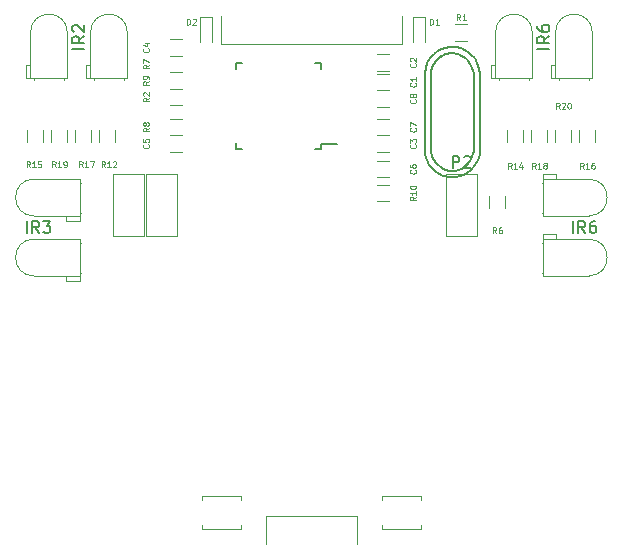
<source format=gbr>
G04 #@! TF.GenerationSoftware,KiCad,Pcbnew,5.1.4-e60b266~84~ubuntu18.04.1*
G04 #@! TF.CreationDate,2019-08-11T22:19:42+02:00*
G04 #@! TF.ProjectId,rat_board,7261745f-626f-4617-9264-2e6b69636164,rev?*
G04 #@! TF.SameCoordinates,Original*
G04 #@! TF.FileFunction,Legend,Top*
G04 #@! TF.FilePolarity,Positive*
%FSLAX46Y46*%
G04 Gerber Fmt 4.6, Leading zero omitted, Abs format (unit mm)*
G04 Created by KiCad (PCBNEW 5.1.4-e60b266~84~ubuntu18.04.1) date 2019-08-11 22:19:42*
%MOMM*%
%LPD*%
G04 APERTURE LIST*
%ADD10C,0.150000*%
%ADD11C,0.120000*%
%ADD12C,0.100000*%
G04 APERTURE END LIST*
D10*
X243117809Y-102687380D02*
X243117809Y-101687380D01*
X244165428Y-102687380D02*
X243832095Y-102211190D01*
X243594000Y-102687380D02*
X243594000Y-101687380D01*
X243974952Y-101687380D01*
X244070190Y-101735000D01*
X244117809Y-101782619D01*
X244165428Y-101877857D01*
X244165428Y-102020714D01*
X244117809Y-102115952D01*
X244070190Y-102163571D01*
X243974952Y-102211190D01*
X243594000Y-102211190D01*
X245022571Y-101687380D02*
X244832095Y-101687380D01*
X244736857Y-101735000D01*
X244689238Y-101782619D01*
X244594000Y-101925476D01*
X244546380Y-102115952D01*
X244546380Y-102496904D01*
X244594000Y-102592142D01*
X244641619Y-102639761D01*
X244736857Y-102687380D01*
X244927333Y-102687380D01*
X245022571Y-102639761D01*
X245070190Y-102592142D01*
X245117809Y-102496904D01*
X245117809Y-102258809D01*
X245070190Y-102163571D01*
X245022571Y-102115952D01*
X244927333Y-102068333D01*
X244736857Y-102068333D01*
X244641619Y-102115952D01*
X244594000Y-102163571D01*
X244546380Y-102258809D01*
X241117380Y-87082190D02*
X240117380Y-87082190D01*
X241117380Y-86034571D02*
X240641190Y-86367904D01*
X241117380Y-86606000D02*
X240117380Y-86606000D01*
X240117380Y-86225047D01*
X240165000Y-86129809D01*
X240212619Y-86082190D01*
X240307857Y-86034571D01*
X240450714Y-86034571D01*
X240545952Y-86082190D01*
X240593571Y-86129809D01*
X240641190Y-86225047D01*
X240641190Y-86606000D01*
X240117380Y-85177428D02*
X240117380Y-85367904D01*
X240165000Y-85463142D01*
X240212619Y-85510761D01*
X240355476Y-85606000D01*
X240545952Y-85653619D01*
X240926904Y-85653619D01*
X241022142Y-85606000D01*
X241069761Y-85558380D01*
X241117380Y-85463142D01*
X241117380Y-85272666D01*
X241069761Y-85177428D01*
X241022142Y-85129809D01*
X240926904Y-85082190D01*
X240688809Y-85082190D01*
X240593571Y-85129809D01*
X240545952Y-85177428D01*
X240498333Y-85272666D01*
X240498333Y-85463142D01*
X240545952Y-85558380D01*
X240593571Y-85606000D01*
X240688809Y-85653619D01*
X201747380Y-87082190D02*
X200747380Y-87082190D01*
X201747380Y-86034571D02*
X201271190Y-86367904D01*
X201747380Y-86606000D02*
X200747380Y-86606000D01*
X200747380Y-86225047D01*
X200795000Y-86129809D01*
X200842619Y-86082190D01*
X200937857Y-86034571D01*
X201080714Y-86034571D01*
X201175952Y-86082190D01*
X201223571Y-86129809D01*
X201271190Y-86225047D01*
X201271190Y-86606000D01*
X200842619Y-85653619D02*
X200795000Y-85606000D01*
X200747380Y-85510761D01*
X200747380Y-85272666D01*
X200795000Y-85177428D01*
X200842619Y-85129809D01*
X200937857Y-85082190D01*
X201033095Y-85082190D01*
X201175952Y-85129809D01*
X201747380Y-85701238D01*
X201747380Y-85082190D01*
X196889809Y-102687380D02*
X196889809Y-101687380D01*
X197937428Y-102687380D02*
X197604095Y-102211190D01*
X197366000Y-102687380D02*
X197366000Y-101687380D01*
X197746952Y-101687380D01*
X197842190Y-101735000D01*
X197889809Y-101782619D01*
X197937428Y-101877857D01*
X197937428Y-102020714D01*
X197889809Y-102115952D01*
X197842190Y-102163571D01*
X197746952Y-102211190D01*
X197366000Y-102211190D01*
X198270761Y-101687380D02*
X198889809Y-101687380D01*
X198556476Y-102068333D01*
X198699333Y-102068333D01*
X198794571Y-102115952D01*
X198842190Y-102163571D01*
X198889809Y-102258809D01*
X198889809Y-102496904D01*
X198842190Y-102592142D01*
X198794571Y-102639761D01*
X198699333Y-102687380D01*
X198413619Y-102687380D01*
X198318380Y-102639761D01*
X198270761Y-102592142D01*
D11*
X213300000Y-86674000D02*
X213300000Y-84328000D01*
X213300000Y-86674000D02*
X228660000Y-86674000D01*
X228660000Y-86674000D02*
X228660000Y-84328000D01*
X224850000Y-126686000D02*
X224853500Y-129032000D01*
X224850000Y-126686000D02*
X217110000Y-126686000D01*
X217110000Y-126686000D02*
X217110000Y-129032000D01*
X206816000Y-102930000D02*
X204156000Y-102933500D01*
X204156000Y-102933500D02*
X204156000Y-97730000D01*
X206816000Y-102930000D02*
X206816000Y-97730000D01*
X206816000Y-97730000D02*
X204156000Y-97730000D01*
X209610000Y-97730000D02*
X206950000Y-97730000D01*
X209610000Y-102930000D02*
X209610000Y-97730000D01*
X206950000Y-102933500D02*
X206950000Y-97730000D01*
X209610000Y-102930000D02*
X206950000Y-102933500D01*
X232350000Y-97730000D02*
X235013500Y-97730000D01*
X235013500Y-97730000D02*
X235010000Y-102930000D01*
X232350000Y-97730000D02*
X232350000Y-102930000D01*
X232350000Y-102930000D02*
X235010000Y-102930000D01*
X209050000Y-87712000D02*
X210050000Y-87712000D01*
X210050000Y-89072000D02*
X209050000Y-89072000D01*
X227576000Y-90596000D02*
X226576000Y-90596000D01*
X226576000Y-89236000D02*
X227576000Y-89236000D01*
X227576000Y-88945000D02*
X226576000Y-88945000D01*
X226576000Y-87585000D02*
X227576000Y-87585000D01*
X227576000Y-95803000D02*
X226576000Y-95803000D01*
X226576000Y-94443000D02*
X227576000Y-94443000D01*
X209050000Y-86315000D02*
X210050000Y-86315000D01*
X210050000Y-87675000D02*
X209050000Y-87675000D01*
X209050000Y-94443000D02*
X210050000Y-94443000D01*
X210050000Y-95803000D02*
X209050000Y-95803000D01*
X227576000Y-97962000D02*
X226576000Y-97962000D01*
X226576000Y-96602000D02*
X227576000Y-96602000D01*
X226576000Y-93046000D02*
X227576000Y-93046000D01*
X227576000Y-94406000D02*
X226576000Y-94406000D01*
X226576000Y-90633000D02*
X227576000Y-90633000D01*
X227576000Y-91993000D02*
X226576000Y-91993000D01*
X202275000Y-85735000D02*
G75*
G02X205395000Y-85735000I1560000J0D01*
G01*
X205395000Y-89595000D02*
X205395000Y-85735000D01*
X202275000Y-89595000D02*
X202275000Y-85735000D01*
X205395000Y-89595000D02*
X202275000Y-89595000D01*
X201875000Y-89595000D02*
X201875000Y-88475000D01*
X201875000Y-88475000D02*
X202275000Y-88475000D01*
X202275000Y-88475000D02*
X202275000Y-89595000D01*
X202275000Y-89595000D02*
X201875000Y-89595000D01*
X205105000Y-89725000D02*
X205105000Y-89595000D01*
X205105000Y-89595000D02*
X205105000Y-89595000D01*
X205105000Y-89595000D02*
X205105000Y-89725000D01*
X205105000Y-89725000D02*
X205105000Y-89725000D01*
X202565000Y-89725000D02*
X202565000Y-89595000D01*
X202565000Y-89595000D02*
X202565000Y-89595000D01*
X202565000Y-89595000D02*
X202565000Y-89725000D01*
X202565000Y-89725000D02*
X202565000Y-89725000D01*
X227576000Y-99994000D02*
X226576000Y-99994000D01*
X226576000Y-98634000D02*
X227576000Y-98634000D01*
D10*
X231917240Y-87757000D02*
X232318560Y-87556340D01*
X232318560Y-87556340D02*
X232918000Y-87454740D01*
X232918000Y-87454740D02*
X233418380Y-87556340D01*
X233418380Y-87556340D02*
X234116880Y-87955120D01*
X234116880Y-87955120D02*
X234518200Y-88557100D01*
X234518200Y-88557100D02*
X234718860Y-89156540D01*
X234718860Y-89156540D02*
X234718860Y-95755460D01*
X234718860Y-95755460D02*
X234518200Y-96456500D01*
X234518200Y-96456500D02*
X234218480Y-96855280D01*
X234218480Y-96855280D02*
X233718100Y-97256600D01*
X233718100Y-97256600D02*
X233118660Y-97457260D01*
X233118660Y-97457260D02*
X232618280Y-97457260D01*
X232618280Y-97457260D02*
X232117900Y-97256600D01*
X232117900Y-97256600D02*
X231518460Y-96756220D01*
X231518460Y-96756220D02*
X231218740Y-96255840D01*
X231218740Y-96255840D02*
X231117140Y-95755460D01*
X231117140Y-95656400D02*
X231117140Y-89054940D01*
X231117140Y-89054940D02*
X231218740Y-88656160D01*
X231218740Y-88656160D02*
X231518460Y-88155780D01*
X231518460Y-88155780D02*
X232018840Y-87655400D01*
X230588820Y-95646240D02*
X230637080Y-96105980D01*
X230637080Y-96105980D02*
X230748840Y-96504760D01*
X230748840Y-96504760D02*
X230967280Y-96936560D01*
X230967280Y-96936560D02*
X231198420Y-97226120D01*
X231198420Y-97226120D02*
X231548940Y-97556320D01*
X231548940Y-97556320D02*
X232087420Y-97845880D01*
X232087420Y-97845880D02*
X232686860Y-97975420D01*
X232686860Y-97975420D02*
X233197400Y-97975420D01*
X233197400Y-97975420D02*
X233898440Y-97805240D01*
X233898440Y-97805240D02*
X234487720Y-97406460D01*
X234487720Y-97406460D02*
X234858560Y-96946720D01*
X234858560Y-96946720D02*
X235066840Y-96525080D01*
X235066840Y-96525080D02*
X235226860Y-96075500D01*
X235226860Y-96075500D02*
X235257340Y-95636080D01*
X235038900Y-88295480D02*
X234817920Y-87917020D01*
X234817920Y-87917020D02*
X234538520Y-87596980D01*
X234538520Y-87596980D02*
X234208320Y-87345520D01*
X234208320Y-87345520D02*
X233657140Y-87045800D01*
X233657140Y-87045800D02*
X233187240Y-86936580D01*
X233187240Y-86936580D02*
X232727500Y-86916260D01*
X232727500Y-86916260D02*
X232267760Y-87005160D01*
X232267760Y-87005160D02*
X231818180Y-87195660D01*
X231818180Y-87195660D02*
X231348280Y-87556340D01*
X231348280Y-87556340D02*
X231028240Y-87906860D01*
X231028240Y-87906860D02*
X230797100Y-88295480D01*
X230797100Y-88295480D02*
X230657400Y-88724740D01*
X230657400Y-88724740D02*
X230588820Y-89166700D01*
X235247180Y-95656400D02*
X235247180Y-89204800D01*
X235247180Y-89204800D02*
X235209080Y-88785700D01*
X235209080Y-88785700D02*
X235038900Y-88295480D01*
X230588820Y-95656400D02*
X230588820Y-89204800D01*
D11*
X241636000Y-94988000D02*
X241636000Y-93988000D01*
X242996000Y-93988000D02*
X242996000Y-94988000D01*
X200324000Y-93988000D02*
X200324000Y-94988000D01*
X198964000Y-94988000D02*
X198964000Y-93988000D01*
X240964000Y-93988000D02*
X240964000Y-94988000D01*
X239604000Y-94988000D02*
X239604000Y-93988000D01*
X200996000Y-94988000D02*
X200996000Y-93988000D01*
X202356000Y-93988000D02*
X202356000Y-94988000D01*
X243668000Y-94988000D02*
X243668000Y-93988000D01*
X245028000Y-93988000D02*
X245028000Y-94988000D01*
X198292000Y-93988000D02*
X198292000Y-94988000D01*
X196932000Y-94988000D02*
X196932000Y-93988000D01*
X237572000Y-94988000D02*
X237572000Y-93988000D01*
X238932000Y-93988000D02*
X238932000Y-94988000D01*
X204388000Y-93988000D02*
X204388000Y-94988000D01*
X203028000Y-94988000D02*
X203028000Y-93988000D01*
X244465000Y-103215000D02*
G75*
G02X244465000Y-106335000I0J-1560000D01*
G01*
X240605000Y-106335000D02*
X244465000Y-106335000D01*
X240605000Y-103215000D02*
X244465000Y-103215000D01*
X240605000Y-106335000D02*
X240605000Y-103215000D01*
X240605000Y-102815000D02*
X241725000Y-102815000D01*
X241725000Y-102815000D02*
X241725000Y-103215000D01*
X241725000Y-103215000D02*
X240605000Y-103215000D01*
X240605000Y-103215000D02*
X240605000Y-102815000D01*
X240475000Y-106045000D02*
X240605000Y-106045000D01*
X240605000Y-106045000D02*
X240605000Y-106045000D01*
X240605000Y-106045000D02*
X240475000Y-106045000D01*
X240475000Y-106045000D02*
X240475000Y-106045000D01*
X240475000Y-103505000D02*
X240605000Y-103505000D01*
X240605000Y-103505000D02*
X240605000Y-103505000D01*
X240605000Y-103505000D02*
X240475000Y-103505000D01*
X240475000Y-103505000D02*
X240475000Y-103505000D01*
X197195000Y-85735000D02*
G75*
G02X200315000Y-85735000I1560000J0D01*
G01*
X200315000Y-89595000D02*
X200315000Y-85735000D01*
X197195000Y-89595000D02*
X197195000Y-85735000D01*
X200315000Y-89595000D02*
X197195000Y-89595000D01*
X196795000Y-89595000D02*
X196795000Y-88475000D01*
X196795000Y-88475000D02*
X197195000Y-88475000D01*
X197195000Y-88475000D02*
X197195000Y-89595000D01*
X197195000Y-89595000D02*
X196795000Y-89595000D01*
X200025000Y-89725000D02*
X200025000Y-89595000D01*
X200025000Y-89595000D02*
X200025000Y-89595000D01*
X200025000Y-89595000D02*
X200025000Y-89725000D01*
X200025000Y-89725000D02*
X200025000Y-89725000D01*
X197485000Y-89725000D02*
X197485000Y-89595000D01*
X197485000Y-89595000D02*
X197485000Y-89595000D01*
X197485000Y-89595000D02*
X197485000Y-89725000D01*
X197485000Y-89725000D02*
X197485000Y-89725000D01*
X241645000Y-85735000D02*
G75*
G02X244765000Y-85735000I1560000J0D01*
G01*
X244765000Y-89595000D02*
X244765000Y-85735000D01*
X241645000Y-89595000D02*
X241645000Y-85735000D01*
X244765000Y-89595000D02*
X241645000Y-89595000D01*
X241245000Y-89595000D02*
X241245000Y-88475000D01*
X241245000Y-88475000D02*
X241645000Y-88475000D01*
X241645000Y-88475000D02*
X241645000Y-89595000D01*
X241645000Y-89595000D02*
X241245000Y-89595000D01*
X244475000Y-89725000D02*
X244475000Y-89595000D01*
X244475000Y-89595000D02*
X244475000Y-89595000D01*
X244475000Y-89595000D02*
X244475000Y-89725000D01*
X244475000Y-89725000D02*
X244475000Y-89725000D01*
X241935000Y-89725000D02*
X241935000Y-89595000D01*
X241935000Y-89595000D02*
X241935000Y-89595000D01*
X241935000Y-89595000D02*
X241935000Y-89725000D01*
X241935000Y-89725000D02*
X241935000Y-89725000D01*
X197495000Y-106335000D02*
G75*
G02X197495000Y-103215000I0J1560000D01*
G01*
X201355000Y-103215000D02*
X197495000Y-103215000D01*
X201355000Y-106335000D02*
X197495000Y-106335000D01*
X201355000Y-103215000D02*
X201355000Y-106335000D01*
X201355000Y-106735000D02*
X200235000Y-106735000D01*
X200235000Y-106735000D02*
X200235000Y-106335000D01*
X200235000Y-106335000D02*
X201355000Y-106335000D01*
X201355000Y-106335000D02*
X201355000Y-106735000D01*
X201485000Y-103505000D02*
X201355000Y-103505000D01*
X201355000Y-103505000D02*
X201355000Y-103505000D01*
X201355000Y-103505000D02*
X201485000Y-103505000D01*
X201485000Y-103505000D02*
X201485000Y-103505000D01*
X201485000Y-106045000D02*
X201355000Y-106045000D01*
X201355000Y-106045000D02*
X201355000Y-106045000D01*
X201355000Y-106045000D02*
X201485000Y-106045000D01*
X201485000Y-106045000D02*
X201485000Y-106045000D01*
X244465000Y-98135000D02*
G75*
G02X244465000Y-101255000I0J-1560000D01*
G01*
X240605000Y-101255000D02*
X244465000Y-101255000D01*
X240605000Y-98135000D02*
X244465000Y-98135000D01*
X240605000Y-101255000D02*
X240605000Y-98135000D01*
X240605000Y-97735000D02*
X241725000Y-97735000D01*
X241725000Y-97735000D02*
X241725000Y-98135000D01*
X241725000Y-98135000D02*
X240605000Y-98135000D01*
X240605000Y-98135000D02*
X240605000Y-97735000D01*
X240475000Y-100965000D02*
X240605000Y-100965000D01*
X240605000Y-100965000D02*
X240605000Y-100965000D01*
X240605000Y-100965000D02*
X240475000Y-100965000D01*
X240475000Y-100965000D02*
X240475000Y-100965000D01*
X240475000Y-98425000D02*
X240605000Y-98425000D01*
X240605000Y-98425000D02*
X240605000Y-98425000D01*
X240605000Y-98425000D02*
X240475000Y-98425000D01*
X240475000Y-98425000D02*
X240475000Y-98425000D01*
X236565000Y-85735000D02*
G75*
G02X239685000Y-85735000I1560000J0D01*
G01*
X239685000Y-89595000D02*
X239685000Y-85735000D01*
X236565000Y-89595000D02*
X236565000Y-85735000D01*
X239685000Y-89595000D02*
X236565000Y-89595000D01*
X236165000Y-89595000D02*
X236165000Y-88475000D01*
X236165000Y-88475000D02*
X236565000Y-88475000D01*
X236565000Y-88475000D02*
X236565000Y-89595000D01*
X236565000Y-89595000D02*
X236165000Y-89595000D01*
X239395000Y-89725000D02*
X239395000Y-89595000D01*
X239395000Y-89595000D02*
X239395000Y-89595000D01*
X239395000Y-89595000D02*
X239395000Y-89725000D01*
X239395000Y-89725000D02*
X239395000Y-89725000D01*
X236855000Y-89725000D02*
X236855000Y-89595000D01*
X236855000Y-89595000D02*
X236855000Y-89595000D01*
X236855000Y-89595000D02*
X236855000Y-89725000D01*
X236855000Y-89725000D02*
X236855000Y-89725000D01*
X197495000Y-101255000D02*
G75*
G02X197495000Y-98135000I0J1560000D01*
G01*
X201355000Y-98135000D02*
X197495000Y-98135000D01*
X201355000Y-101255000D02*
X197495000Y-101255000D01*
X201355000Y-98135000D02*
X201355000Y-101255000D01*
X201355000Y-101655000D02*
X200235000Y-101655000D01*
X200235000Y-101655000D02*
X200235000Y-101255000D01*
X200235000Y-101255000D02*
X201355000Y-101255000D01*
X201355000Y-101255000D02*
X201355000Y-101655000D01*
X201485000Y-98425000D02*
X201355000Y-98425000D01*
X201355000Y-98425000D02*
X201355000Y-98425000D01*
X201355000Y-98425000D02*
X201485000Y-98425000D01*
X201485000Y-98425000D02*
X201485000Y-98425000D01*
X201485000Y-100965000D02*
X201355000Y-100965000D01*
X201355000Y-100965000D02*
X201355000Y-100965000D01*
X201355000Y-100965000D02*
X201485000Y-100965000D01*
X201485000Y-100965000D02*
X201485000Y-100965000D01*
X212590000Y-84425000D02*
X211590000Y-84425000D01*
X211590000Y-84425000D02*
X211590000Y-86525000D01*
X212590000Y-84425000D02*
X212590000Y-86525000D01*
X230624000Y-84425000D02*
X229624000Y-84425000D01*
X229624000Y-84425000D02*
X229624000Y-86525000D01*
X230624000Y-84425000D02*
X230624000Y-86525000D01*
D10*
X221811000Y-95573000D02*
X221811000Y-95123000D01*
X214561000Y-95573000D02*
X214561000Y-95048000D01*
X214561000Y-88323000D02*
X214561000Y-88848000D01*
X221811000Y-88323000D02*
X221811000Y-88848000D01*
X221811000Y-95573000D02*
X221286000Y-95573000D01*
X221811000Y-88323000D02*
X221286000Y-88323000D01*
X214561000Y-88323000D02*
X215086000Y-88323000D01*
X214561000Y-95573000D02*
X215086000Y-95573000D01*
X221811000Y-95123000D02*
X223186000Y-95123000D01*
D11*
X233180000Y-85045000D02*
X234180000Y-85045000D01*
X234180000Y-86405000D02*
X233180000Y-86405000D01*
X209050000Y-90506000D02*
X210050000Y-90506000D01*
X210050000Y-91866000D02*
X209050000Y-91866000D01*
X237408000Y-99576000D02*
X237408000Y-100576000D01*
X236048000Y-100576000D02*
X236048000Y-99576000D01*
X209050000Y-93046000D02*
X210050000Y-93046000D01*
X210050000Y-94406000D02*
X209050000Y-94406000D01*
X210050000Y-90469000D02*
X209050000Y-90469000D01*
X209050000Y-89109000D02*
X210050000Y-89109000D01*
X215010000Y-124965000D02*
X215010000Y-125265000D01*
X211710000Y-124965000D02*
X215010000Y-124965000D01*
X211710000Y-125265000D02*
X211710000Y-124965000D01*
X215010000Y-127765000D02*
X215010000Y-127465000D01*
X211710000Y-127765000D02*
X215010000Y-127765000D01*
X211710000Y-127465000D02*
X211710000Y-127765000D01*
X226950000Y-127465000D02*
X226950000Y-127765000D01*
X226950000Y-127765000D02*
X230250000Y-127765000D01*
X230250000Y-127765000D02*
X230250000Y-127465000D01*
X226950000Y-125265000D02*
X226950000Y-124965000D01*
X226950000Y-124965000D02*
X230250000Y-124965000D01*
X230250000Y-124965000D02*
X230250000Y-125265000D01*
D10*
X232941904Y-97182380D02*
X232941904Y-96182380D01*
X233322857Y-96182380D01*
X233418095Y-96230000D01*
X233465714Y-96277619D01*
X233513333Y-96372857D01*
X233513333Y-96515714D01*
X233465714Y-96610952D01*
X233418095Y-96658571D01*
X233322857Y-96706190D01*
X232941904Y-96706190D01*
X233894285Y-96277619D02*
X233941904Y-96230000D01*
X234037142Y-96182380D01*
X234275238Y-96182380D01*
X234370476Y-96230000D01*
X234418095Y-96277619D01*
X234465714Y-96372857D01*
X234465714Y-96468095D01*
X234418095Y-96610952D01*
X233846666Y-97182380D01*
X234465714Y-97182380D01*
D12*
X207236190Y-88475333D02*
X206998095Y-88642000D01*
X207236190Y-88761047D02*
X206736190Y-88761047D01*
X206736190Y-88570571D01*
X206760000Y-88522952D01*
X206783809Y-88499142D01*
X206831428Y-88475333D01*
X206902857Y-88475333D01*
X206950476Y-88499142D01*
X206974285Y-88522952D01*
X206998095Y-88570571D01*
X206998095Y-88761047D01*
X206736190Y-88308666D02*
X206736190Y-87975333D01*
X207236190Y-88189619D01*
X229794571Y-89999333D02*
X229818380Y-90023142D01*
X229842190Y-90094571D01*
X229842190Y-90142190D01*
X229818380Y-90213619D01*
X229770761Y-90261238D01*
X229723142Y-90285047D01*
X229627904Y-90308857D01*
X229556476Y-90308857D01*
X229461238Y-90285047D01*
X229413619Y-90261238D01*
X229366000Y-90213619D01*
X229342190Y-90142190D01*
X229342190Y-90094571D01*
X229366000Y-90023142D01*
X229389809Y-89999333D01*
X229842190Y-89523142D02*
X229842190Y-89808857D01*
X229842190Y-89666000D02*
X229342190Y-89666000D01*
X229413619Y-89713619D01*
X229461238Y-89761238D01*
X229485047Y-89808857D01*
X229794571Y-88348333D02*
X229818380Y-88372142D01*
X229842190Y-88443571D01*
X229842190Y-88491190D01*
X229818380Y-88562619D01*
X229770761Y-88610238D01*
X229723142Y-88634047D01*
X229627904Y-88657857D01*
X229556476Y-88657857D01*
X229461238Y-88634047D01*
X229413619Y-88610238D01*
X229366000Y-88562619D01*
X229342190Y-88491190D01*
X229342190Y-88443571D01*
X229366000Y-88372142D01*
X229389809Y-88348333D01*
X229389809Y-88157857D02*
X229366000Y-88134047D01*
X229342190Y-88086428D01*
X229342190Y-87967380D01*
X229366000Y-87919761D01*
X229389809Y-87895952D01*
X229437428Y-87872142D01*
X229485047Y-87872142D01*
X229556476Y-87895952D01*
X229842190Y-88181666D01*
X229842190Y-87872142D01*
X229794571Y-95206333D02*
X229818380Y-95230142D01*
X229842190Y-95301571D01*
X229842190Y-95349190D01*
X229818380Y-95420619D01*
X229770761Y-95468238D01*
X229723142Y-95492047D01*
X229627904Y-95515857D01*
X229556476Y-95515857D01*
X229461238Y-95492047D01*
X229413619Y-95468238D01*
X229366000Y-95420619D01*
X229342190Y-95349190D01*
X229342190Y-95301571D01*
X229366000Y-95230142D01*
X229389809Y-95206333D01*
X229342190Y-95039666D02*
X229342190Y-94730142D01*
X229532666Y-94896809D01*
X229532666Y-94825380D01*
X229556476Y-94777761D01*
X229580285Y-94753952D01*
X229627904Y-94730142D01*
X229746952Y-94730142D01*
X229794571Y-94753952D01*
X229818380Y-94777761D01*
X229842190Y-94825380D01*
X229842190Y-94968238D01*
X229818380Y-95015857D01*
X229794571Y-95039666D01*
X207188571Y-87078333D02*
X207212380Y-87102142D01*
X207236190Y-87173571D01*
X207236190Y-87221190D01*
X207212380Y-87292619D01*
X207164761Y-87340238D01*
X207117142Y-87364047D01*
X207021904Y-87387857D01*
X206950476Y-87387857D01*
X206855238Y-87364047D01*
X206807619Y-87340238D01*
X206760000Y-87292619D01*
X206736190Y-87221190D01*
X206736190Y-87173571D01*
X206760000Y-87102142D01*
X206783809Y-87078333D01*
X206902857Y-86649761D02*
X207236190Y-86649761D01*
X206712380Y-86768809D02*
X207069523Y-86887857D01*
X207069523Y-86578333D01*
X207188571Y-95206333D02*
X207212380Y-95230142D01*
X207236190Y-95301571D01*
X207236190Y-95349190D01*
X207212380Y-95420619D01*
X207164761Y-95468238D01*
X207117142Y-95492047D01*
X207021904Y-95515857D01*
X206950476Y-95515857D01*
X206855238Y-95492047D01*
X206807619Y-95468238D01*
X206760000Y-95420619D01*
X206736190Y-95349190D01*
X206736190Y-95301571D01*
X206760000Y-95230142D01*
X206783809Y-95206333D01*
X206736190Y-94753952D02*
X206736190Y-94992047D01*
X206974285Y-95015857D01*
X206950476Y-94992047D01*
X206926666Y-94944428D01*
X206926666Y-94825380D01*
X206950476Y-94777761D01*
X206974285Y-94753952D01*
X207021904Y-94730142D01*
X207140952Y-94730142D01*
X207188571Y-94753952D01*
X207212380Y-94777761D01*
X207236190Y-94825380D01*
X207236190Y-94944428D01*
X207212380Y-94992047D01*
X207188571Y-95015857D01*
X229794571Y-97365333D02*
X229818380Y-97389142D01*
X229842190Y-97460571D01*
X229842190Y-97508190D01*
X229818380Y-97579619D01*
X229770761Y-97627238D01*
X229723142Y-97651047D01*
X229627904Y-97674857D01*
X229556476Y-97674857D01*
X229461238Y-97651047D01*
X229413619Y-97627238D01*
X229366000Y-97579619D01*
X229342190Y-97508190D01*
X229342190Y-97460571D01*
X229366000Y-97389142D01*
X229389809Y-97365333D01*
X229342190Y-96936761D02*
X229342190Y-97032000D01*
X229366000Y-97079619D01*
X229389809Y-97103428D01*
X229461238Y-97151047D01*
X229556476Y-97174857D01*
X229746952Y-97174857D01*
X229794571Y-97151047D01*
X229818380Y-97127238D01*
X229842190Y-97079619D01*
X229842190Y-96984380D01*
X229818380Y-96936761D01*
X229794571Y-96912952D01*
X229746952Y-96889142D01*
X229627904Y-96889142D01*
X229580285Y-96912952D01*
X229556476Y-96936761D01*
X229532666Y-96984380D01*
X229532666Y-97079619D01*
X229556476Y-97127238D01*
X229580285Y-97151047D01*
X229627904Y-97174857D01*
X229794571Y-93809333D02*
X229818380Y-93833142D01*
X229842190Y-93904571D01*
X229842190Y-93952190D01*
X229818380Y-94023619D01*
X229770761Y-94071238D01*
X229723142Y-94095047D01*
X229627904Y-94118857D01*
X229556476Y-94118857D01*
X229461238Y-94095047D01*
X229413619Y-94071238D01*
X229366000Y-94023619D01*
X229342190Y-93952190D01*
X229342190Y-93904571D01*
X229366000Y-93833142D01*
X229389809Y-93809333D01*
X229342190Y-93642666D02*
X229342190Y-93309333D01*
X229842190Y-93523619D01*
X229794571Y-91396333D02*
X229818380Y-91420142D01*
X229842190Y-91491571D01*
X229842190Y-91539190D01*
X229818380Y-91610619D01*
X229770761Y-91658238D01*
X229723142Y-91682047D01*
X229627904Y-91705857D01*
X229556476Y-91705857D01*
X229461238Y-91682047D01*
X229413619Y-91658238D01*
X229366000Y-91610619D01*
X229342190Y-91539190D01*
X229342190Y-91491571D01*
X229366000Y-91420142D01*
X229389809Y-91396333D01*
X229556476Y-91110619D02*
X229532666Y-91158238D01*
X229508857Y-91182047D01*
X229461238Y-91205857D01*
X229437428Y-91205857D01*
X229389809Y-91182047D01*
X229366000Y-91158238D01*
X229342190Y-91110619D01*
X229342190Y-91015380D01*
X229366000Y-90967761D01*
X229389809Y-90943952D01*
X229437428Y-90920142D01*
X229461238Y-90920142D01*
X229508857Y-90943952D01*
X229532666Y-90967761D01*
X229556476Y-91015380D01*
X229556476Y-91110619D01*
X229580285Y-91158238D01*
X229604095Y-91182047D01*
X229651714Y-91205857D01*
X229746952Y-91205857D01*
X229794571Y-91182047D01*
X229818380Y-91158238D01*
X229842190Y-91110619D01*
X229842190Y-91015380D01*
X229818380Y-90967761D01*
X229794571Y-90943952D01*
X229746952Y-90920142D01*
X229651714Y-90920142D01*
X229604095Y-90943952D01*
X229580285Y-90967761D01*
X229556476Y-91015380D01*
X229842190Y-99635428D02*
X229604095Y-99802095D01*
X229842190Y-99921142D02*
X229342190Y-99921142D01*
X229342190Y-99730666D01*
X229366000Y-99683047D01*
X229389809Y-99659238D01*
X229437428Y-99635428D01*
X229508857Y-99635428D01*
X229556476Y-99659238D01*
X229580285Y-99683047D01*
X229604095Y-99730666D01*
X229604095Y-99921142D01*
X229842190Y-99159238D02*
X229842190Y-99444952D01*
X229842190Y-99302095D02*
X229342190Y-99302095D01*
X229413619Y-99349714D01*
X229461238Y-99397333D01*
X229485047Y-99444952D01*
X229342190Y-98849714D02*
X229342190Y-98802095D01*
X229366000Y-98754476D01*
X229389809Y-98730666D01*
X229437428Y-98706857D01*
X229532666Y-98683047D01*
X229651714Y-98683047D01*
X229746952Y-98706857D01*
X229794571Y-98730666D01*
X229818380Y-98754476D01*
X229842190Y-98802095D01*
X229842190Y-98849714D01*
X229818380Y-98897333D01*
X229794571Y-98921142D01*
X229746952Y-98944952D01*
X229651714Y-98968761D01*
X229532666Y-98968761D01*
X229437428Y-98944952D01*
X229389809Y-98921142D01*
X229366000Y-98897333D01*
X229342190Y-98849714D01*
X241994571Y-92174190D02*
X241827904Y-91936095D01*
X241708857Y-92174190D02*
X241708857Y-91674190D01*
X241899333Y-91674190D01*
X241946952Y-91698000D01*
X241970761Y-91721809D01*
X241994571Y-91769428D01*
X241994571Y-91840857D01*
X241970761Y-91888476D01*
X241946952Y-91912285D01*
X241899333Y-91936095D01*
X241708857Y-91936095D01*
X242185047Y-91721809D02*
X242208857Y-91698000D01*
X242256476Y-91674190D01*
X242375523Y-91674190D01*
X242423142Y-91698000D01*
X242446952Y-91721809D01*
X242470761Y-91769428D01*
X242470761Y-91817047D01*
X242446952Y-91888476D01*
X242161238Y-92174190D01*
X242470761Y-92174190D01*
X242780285Y-91674190D02*
X242827904Y-91674190D01*
X242875523Y-91698000D01*
X242899333Y-91721809D01*
X242923142Y-91769428D01*
X242946952Y-91864666D01*
X242946952Y-91983714D01*
X242923142Y-92078952D01*
X242899333Y-92126571D01*
X242875523Y-92150380D01*
X242827904Y-92174190D01*
X242780285Y-92174190D01*
X242732666Y-92150380D01*
X242708857Y-92126571D01*
X242685047Y-92078952D01*
X242661238Y-91983714D01*
X242661238Y-91864666D01*
X242685047Y-91769428D01*
X242708857Y-91721809D01*
X242732666Y-91698000D01*
X242780285Y-91674190D01*
X199322571Y-97127190D02*
X199155904Y-96889095D01*
X199036857Y-97127190D02*
X199036857Y-96627190D01*
X199227333Y-96627190D01*
X199274952Y-96651000D01*
X199298761Y-96674809D01*
X199322571Y-96722428D01*
X199322571Y-96793857D01*
X199298761Y-96841476D01*
X199274952Y-96865285D01*
X199227333Y-96889095D01*
X199036857Y-96889095D01*
X199798761Y-97127190D02*
X199513047Y-97127190D01*
X199655904Y-97127190D02*
X199655904Y-96627190D01*
X199608285Y-96698619D01*
X199560666Y-96746238D01*
X199513047Y-96770047D01*
X200036857Y-97127190D02*
X200132095Y-97127190D01*
X200179714Y-97103380D01*
X200203523Y-97079571D01*
X200251142Y-97008142D01*
X200274952Y-96912904D01*
X200274952Y-96722428D01*
X200251142Y-96674809D01*
X200227333Y-96651000D01*
X200179714Y-96627190D01*
X200084476Y-96627190D01*
X200036857Y-96651000D01*
X200013047Y-96674809D01*
X199989238Y-96722428D01*
X199989238Y-96841476D01*
X200013047Y-96889095D01*
X200036857Y-96912904D01*
X200084476Y-96936714D01*
X200179714Y-96936714D01*
X200227333Y-96912904D01*
X200251142Y-96889095D01*
X200274952Y-96841476D01*
X239962571Y-97254190D02*
X239795904Y-97016095D01*
X239676857Y-97254190D02*
X239676857Y-96754190D01*
X239867333Y-96754190D01*
X239914952Y-96778000D01*
X239938761Y-96801809D01*
X239962571Y-96849428D01*
X239962571Y-96920857D01*
X239938761Y-96968476D01*
X239914952Y-96992285D01*
X239867333Y-97016095D01*
X239676857Y-97016095D01*
X240438761Y-97254190D02*
X240153047Y-97254190D01*
X240295904Y-97254190D02*
X240295904Y-96754190D01*
X240248285Y-96825619D01*
X240200666Y-96873238D01*
X240153047Y-96897047D01*
X240724476Y-96968476D02*
X240676857Y-96944666D01*
X240653047Y-96920857D01*
X240629238Y-96873238D01*
X240629238Y-96849428D01*
X240653047Y-96801809D01*
X240676857Y-96778000D01*
X240724476Y-96754190D01*
X240819714Y-96754190D01*
X240867333Y-96778000D01*
X240891142Y-96801809D01*
X240914952Y-96849428D01*
X240914952Y-96873238D01*
X240891142Y-96920857D01*
X240867333Y-96944666D01*
X240819714Y-96968476D01*
X240724476Y-96968476D01*
X240676857Y-96992285D01*
X240653047Y-97016095D01*
X240629238Y-97063714D01*
X240629238Y-97158952D01*
X240653047Y-97206571D01*
X240676857Y-97230380D01*
X240724476Y-97254190D01*
X240819714Y-97254190D01*
X240867333Y-97230380D01*
X240891142Y-97206571D01*
X240914952Y-97158952D01*
X240914952Y-97063714D01*
X240891142Y-97016095D01*
X240867333Y-96992285D01*
X240819714Y-96968476D01*
X201608571Y-97127190D02*
X201441904Y-96889095D01*
X201322857Y-97127190D02*
X201322857Y-96627190D01*
X201513333Y-96627190D01*
X201560952Y-96651000D01*
X201584761Y-96674809D01*
X201608571Y-96722428D01*
X201608571Y-96793857D01*
X201584761Y-96841476D01*
X201560952Y-96865285D01*
X201513333Y-96889095D01*
X201322857Y-96889095D01*
X202084761Y-97127190D02*
X201799047Y-97127190D01*
X201941904Y-97127190D02*
X201941904Y-96627190D01*
X201894285Y-96698619D01*
X201846666Y-96746238D01*
X201799047Y-96770047D01*
X202251428Y-96627190D02*
X202584761Y-96627190D01*
X202370476Y-97127190D01*
X244026571Y-97254190D02*
X243859904Y-97016095D01*
X243740857Y-97254190D02*
X243740857Y-96754190D01*
X243931333Y-96754190D01*
X243978952Y-96778000D01*
X244002761Y-96801809D01*
X244026571Y-96849428D01*
X244026571Y-96920857D01*
X244002761Y-96968476D01*
X243978952Y-96992285D01*
X243931333Y-97016095D01*
X243740857Y-97016095D01*
X244502761Y-97254190D02*
X244217047Y-97254190D01*
X244359904Y-97254190D02*
X244359904Y-96754190D01*
X244312285Y-96825619D01*
X244264666Y-96873238D01*
X244217047Y-96897047D01*
X244931333Y-96754190D02*
X244836095Y-96754190D01*
X244788476Y-96778000D01*
X244764666Y-96801809D01*
X244717047Y-96873238D01*
X244693238Y-96968476D01*
X244693238Y-97158952D01*
X244717047Y-97206571D01*
X244740857Y-97230380D01*
X244788476Y-97254190D01*
X244883714Y-97254190D01*
X244931333Y-97230380D01*
X244955142Y-97206571D01*
X244978952Y-97158952D01*
X244978952Y-97039904D01*
X244955142Y-96992285D01*
X244931333Y-96968476D01*
X244883714Y-96944666D01*
X244788476Y-96944666D01*
X244740857Y-96968476D01*
X244717047Y-96992285D01*
X244693238Y-97039904D01*
X197163571Y-97127190D02*
X196996904Y-96889095D01*
X196877857Y-97127190D02*
X196877857Y-96627190D01*
X197068333Y-96627190D01*
X197115952Y-96651000D01*
X197139761Y-96674809D01*
X197163571Y-96722428D01*
X197163571Y-96793857D01*
X197139761Y-96841476D01*
X197115952Y-96865285D01*
X197068333Y-96889095D01*
X196877857Y-96889095D01*
X197639761Y-97127190D02*
X197354047Y-97127190D01*
X197496904Y-97127190D02*
X197496904Y-96627190D01*
X197449285Y-96698619D01*
X197401666Y-96746238D01*
X197354047Y-96770047D01*
X198092142Y-96627190D02*
X197854047Y-96627190D01*
X197830238Y-96865285D01*
X197854047Y-96841476D01*
X197901666Y-96817666D01*
X198020714Y-96817666D01*
X198068333Y-96841476D01*
X198092142Y-96865285D01*
X198115952Y-96912904D01*
X198115952Y-97031952D01*
X198092142Y-97079571D01*
X198068333Y-97103380D01*
X198020714Y-97127190D01*
X197901666Y-97127190D01*
X197854047Y-97103380D01*
X197830238Y-97079571D01*
X237930571Y-97254190D02*
X237763904Y-97016095D01*
X237644857Y-97254190D02*
X237644857Y-96754190D01*
X237835333Y-96754190D01*
X237882952Y-96778000D01*
X237906761Y-96801809D01*
X237930571Y-96849428D01*
X237930571Y-96920857D01*
X237906761Y-96968476D01*
X237882952Y-96992285D01*
X237835333Y-97016095D01*
X237644857Y-97016095D01*
X238406761Y-97254190D02*
X238121047Y-97254190D01*
X238263904Y-97254190D02*
X238263904Y-96754190D01*
X238216285Y-96825619D01*
X238168666Y-96873238D01*
X238121047Y-96897047D01*
X238835333Y-96920857D02*
X238835333Y-97254190D01*
X238716285Y-96730380D02*
X238597238Y-97087523D01*
X238906761Y-97087523D01*
X203513571Y-97127190D02*
X203346904Y-96889095D01*
X203227857Y-97127190D02*
X203227857Y-96627190D01*
X203418333Y-96627190D01*
X203465952Y-96651000D01*
X203489761Y-96674809D01*
X203513571Y-96722428D01*
X203513571Y-96793857D01*
X203489761Y-96841476D01*
X203465952Y-96865285D01*
X203418333Y-96889095D01*
X203227857Y-96889095D01*
X203989761Y-97127190D02*
X203704047Y-97127190D01*
X203846904Y-97127190D02*
X203846904Y-96627190D01*
X203799285Y-96698619D01*
X203751666Y-96746238D01*
X203704047Y-96770047D01*
X204180238Y-96674809D02*
X204204047Y-96651000D01*
X204251666Y-96627190D01*
X204370714Y-96627190D01*
X204418333Y-96651000D01*
X204442142Y-96674809D01*
X204465952Y-96722428D01*
X204465952Y-96770047D01*
X204442142Y-96841476D01*
X204156428Y-97127190D01*
X204465952Y-97127190D01*
X210450952Y-85062190D02*
X210450952Y-84562190D01*
X210570000Y-84562190D01*
X210641428Y-84586000D01*
X210689047Y-84633619D01*
X210712857Y-84681238D01*
X210736666Y-84776476D01*
X210736666Y-84847904D01*
X210712857Y-84943142D01*
X210689047Y-84990761D01*
X210641428Y-85038380D01*
X210570000Y-85062190D01*
X210450952Y-85062190D01*
X210927142Y-84609809D02*
X210950952Y-84586000D01*
X210998571Y-84562190D01*
X211117619Y-84562190D01*
X211165238Y-84586000D01*
X211189047Y-84609809D01*
X211212857Y-84657428D01*
X211212857Y-84705047D01*
X211189047Y-84776476D01*
X210903333Y-85062190D01*
X211212857Y-85062190D01*
X231024952Y-85062190D02*
X231024952Y-84562190D01*
X231144000Y-84562190D01*
X231215428Y-84586000D01*
X231263047Y-84633619D01*
X231286857Y-84681238D01*
X231310666Y-84776476D01*
X231310666Y-84847904D01*
X231286857Y-84943142D01*
X231263047Y-84990761D01*
X231215428Y-85038380D01*
X231144000Y-85062190D01*
X231024952Y-85062190D01*
X231786857Y-85062190D02*
X231501142Y-85062190D01*
X231644000Y-85062190D02*
X231644000Y-84562190D01*
X231596380Y-84633619D01*
X231548761Y-84681238D01*
X231501142Y-84705047D01*
X233596666Y-84681190D02*
X233430000Y-84443095D01*
X233310952Y-84681190D02*
X233310952Y-84181190D01*
X233501428Y-84181190D01*
X233549047Y-84205000D01*
X233572857Y-84228809D01*
X233596666Y-84276428D01*
X233596666Y-84347857D01*
X233572857Y-84395476D01*
X233549047Y-84419285D01*
X233501428Y-84443095D01*
X233310952Y-84443095D01*
X234072857Y-84681190D02*
X233787142Y-84681190D01*
X233930000Y-84681190D02*
X233930000Y-84181190D01*
X233882380Y-84252619D01*
X233834761Y-84300238D01*
X233787142Y-84324047D01*
X207236190Y-91269333D02*
X206998095Y-91436000D01*
X207236190Y-91555047D02*
X206736190Y-91555047D01*
X206736190Y-91364571D01*
X206760000Y-91316952D01*
X206783809Y-91293142D01*
X206831428Y-91269333D01*
X206902857Y-91269333D01*
X206950476Y-91293142D01*
X206974285Y-91316952D01*
X206998095Y-91364571D01*
X206998095Y-91555047D01*
X206783809Y-91078857D02*
X206760000Y-91055047D01*
X206736190Y-91007428D01*
X206736190Y-90888380D01*
X206760000Y-90840761D01*
X206783809Y-90816952D01*
X206831428Y-90793142D01*
X206879047Y-90793142D01*
X206950476Y-90816952D01*
X207236190Y-91102666D01*
X207236190Y-90793142D01*
X236644666Y-102715190D02*
X236478000Y-102477095D01*
X236358952Y-102715190D02*
X236358952Y-102215190D01*
X236549428Y-102215190D01*
X236597047Y-102239000D01*
X236620857Y-102262809D01*
X236644666Y-102310428D01*
X236644666Y-102381857D01*
X236620857Y-102429476D01*
X236597047Y-102453285D01*
X236549428Y-102477095D01*
X236358952Y-102477095D01*
X237073238Y-102215190D02*
X236978000Y-102215190D01*
X236930380Y-102239000D01*
X236906571Y-102262809D01*
X236858952Y-102334238D01*
X236835142Y-102429476D01*
X236835142Y-102619952D01*
X236858952Y-102667571D01*
X236882761Y-102691380D01*
X236930380Y-102715190D01*
X237025619Y-102715190D01*
X237073238Y-102691380D01*
X237097047Y-102667571D01*
X237120857Y-102619952D01*
X237120857Y-102500904D01*
X237097047Y-102453285D01*
X237073238Y-102429476D01*
X237025619Y-102405666D01*
X236930380Y-102405666D01*
X236882761Y-102429476D01*
X236858952Y-102453285D01*
X236835142Y-102500904D01*
X207236190Y-93809333D02*
X206998095Y-93976000D01*
X207236190Y-94095047D02*
X206736190Y-94095047D01*
X206736190Y-93904571D01*
X206760000Y-93856952D01*
X206783809Y-93833142D01*
X206831428Y-93809333D01*
X206902857Y-93809333D01*
X206950476Y-93833142D01*
X206974285Y-93856952D01*
X206998095Y-93904571D01*
X206998095Y-94095047D01*
X206950476Y-93523619D02*
X206926666Y-93571238D01*
X206902857Y-93595047D01*
X206855238Y-93618857D01*
X206831428Y-93618857D01*
X206783809Y-93595047D01*
X206760000Y-93571238D01*
X206736190Y-93523619D01*
X206736190Y-93428380D01*
X206760000Y-93380761D01*
X206783809Y-93356952D01*
X206831428Y-93333142D01*
X206855238Y-93333142D01*
X206902857Y-93356952D01*
X206926666Y-93380761D01*
X206950476Y-93428380D01*
X206950476Y-93523619D01*
X206974285Y-93571238D01*
X206998095Y-93595047D01*
X207045714Y-93618857D01*
X207140952Y-93618857D01*
X207188571Y-93595047D01*
X207212380Y-93571238D01*
X207236190Y-93523619D01*
X207236190Y-93428380D01*
X207212380Y-93380761D01*
X207188571Y-93356952D01*
X207140952Y-93333142D01*
X207045714Y-93333142D01*
X206998095Y-93356952D01*
X206974285Y-93380761D01*
X206950476Y-93428380D01*
X207236190Y-89872333D02*
X206998095Y-90039000D01*
X207236190Y-90158047D02*
X206736190Y-90158047D01*
X206736190Y-89967571D01*
X206760000Y-89919952D01*
X206783809Y-89896142D01*
X206831428Y-89872333D01*
X206902857Y-89872333D01*
X206950476Y-89896142D01*
X206974285Y-89919952D01*
X206998095Y-89967571D01*
X206998095Y-90158047D01*
X207236190Y-89634238D02*
X207236190Y-89539000D01*
X207212380Y-89491380D01*
X207188571Y-89467571D01*
X207117142Y-89419952D01*
X207021904Y-89396142D01*
X206831428Y-89396142D01*
X206783809Y-89419952D01*
X206760000Y-89443761D01*
X206736190Y-89491380D01*
X206736190Y-89586619D01*
X206760000Y-89634238D01*
X206783809Y-89658047D01*
X206831428Y-89681857D01*
X206950476Y-89681857D01*
X206998095Y-89658047D01*
X207021904Y-89634238D01*
X207045714Y-89586619D01*
X207045714Y-89491380D01*
X207021904Y-89443761D01*
X206998095Y-89419952D01*
X206950476Y-89396142D01*
M02*

</source>
